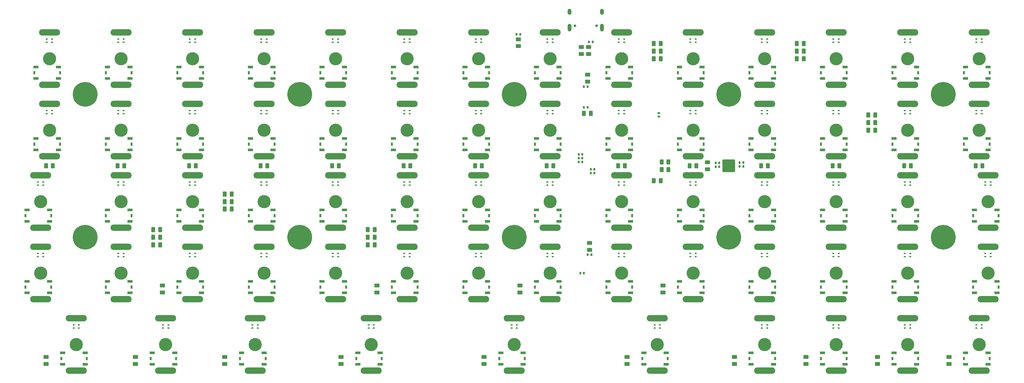
<source format=gbr>
%TF.GenerationSoftware,KiCad,Pcbnew,(6.0.0)*%
%TF.CreationDate,2022-03-05T10:25:11+10:00*%
%TF.ProjectId,Ortho66_Optical,4f727468-6f36-4365-9f4f-70746963616c,rev?*%
%TF.SameCoordinates,Original*%
%TF.FileFunction,Soldermask,Top*%
%TF.FilePolarity,Negative*%
%FSLAX46Y46*%
G04 Gerber Fmt 4.6, Leading zero omitted, Abs format (unit mm)*
G04 Created by KiCad (PCBNEW (6.0.0)) date 2022-03-05 10:25:11*
%MOMM*%
%LPD*%
G01*
G04 APERTURE LIST*
G04 Aperture macros list*
%AMRoundRect*
0 Rectangle with rounded corners*
0 $1 Rounding radius*
0 $2 $3 $4 $5 $6 $7 $8 $9 X,Y pos of 4 corners*
0 Add a 4 corners polygon primitive as box body*
4,1,4,$2,$3,$4,$5,$6,$7,$8,$9,$2,$3,0*
0 Add four circle primitives for the rounded corners*
1,1,$1+$1,$2,$3*
1,1,$1+$1,$4,$5*
1,1,$1+$1,$6,$7*
1,1,$1+$1,$8,$9*
0 Add four rect primitives between the rounded corners*
20,1,$1+$1,$2,$3,$4,$5,0*
20,1,$1+$1,$4,$5,$6,$7,0*
20,1,$1+$1,$6,$7,$8,$9,0*
20,1,$1+$1,$8,$9,$2,$3,0*%
G04 Aperture macros list end*
%ADD10R,0.600000X0.400000*%
%ADD11O,5.700000X1.700000*%
%ADD12C,3.500000*%
%ADD13R,0.600000X0.900000*%
%ADD14R,1.400000X0.800000*%
%ADD15RoundRect,0.250000X-0.450000X0.262500X-0.450000X-0.262500X0.450000X-0.262500X0.450000X0.262500X0*%
%ADD16RoundRect,0.250000X0.262500X0.450000X-0.262500X0.450000X-0.262500X-0.450000X0.262500X-0.450000X0*%
%ADD17C,6.600000*%
%ADD18RoundRect,0.140000X-0.140000X-0.170000X0.140000X-0.170000X0.140000X0.170000X-0.140000X0.170000X0*%
%ADD19RoundRect,0.250000X-0.262500X-0.450000X0.262500X-0.450000X0.262500X0.450000X-0.262500X0.450000X0*%
%ADD20RoundRect,0.250000X0.450000X-0.262500X0.450000X0.262500X-0.450000X0.262500X-0.450000X-0.262500X0*%
%ADD21RoundRect,0.140000X0.140000X0.170000X-0.140000X0.170000X-0.140000X-0.170000X0.140000X-0.170000X0*%
%ADD22RoundRect,0.140000X-0.170000X0.140000X-0.170000X-0.140000X0.170000X-0.140000X0.170000X0.140000X0*%
%ADD23RoundRect,0.299200X1.400800X1.400800X-1.400800X1.400800X-1.400800X-1.400800X1.400800X-1.400800X0*%
%ADD24O,1.000000X2.100000*%
%ADD25O,1.000000X1.600000*%
%ADD26C,0.700000*%
G04 APERTURE END LIST*
D10*
%TO.C,RGB29*%
X98318750Y-133700000D03*
X96918750Y-133700000D03*
X96918750Y-132900000D03*
X98318750Y-132900000D03*
%TD*%
%TO.C,RGB5*%
X176900000Y-95600000D03*
X175500000Y-95600000D03*
X175500000Y-94800000D03*
X176900000Y-94800000D03*
%TD*%
D11*
%TO.C,SW37*%
X252400000Y-145100000D03*
X252400000Y-131100000D03*
D12*
X252400000Y-138100000D03*
%TD*%
D10*
%TO.C,RGB51*%
X253100000Y-152750000D03*
X251700000Y-152750000D03*
X251700000Y-151950000D03*
X253100000Y-151950000D03*
%TD*%
D13*
%TO.C,IR14*%
X343650000Y-103750000D03*
D14*
X344050000Y-105250000D03*
X344050000Y-102250000D03*
%TD*%
D11*
%TO.C,SW50*%
X233350000Y-150150000D03*
D12*
X233350000Y-157150000D03*
D11*
X233350000Y-164150000D03*
%TD*%
D13*
%TO.C,PT21*%
X217100000Y-122800000D03*
D14*
X216700000Y-124300000D03*
X216700000Y-121300000D03*
%TD*%
D13*
%TO.C,PT9*%
X255200000Y-103750000D03*
D14*
X254800000Y-105250000D03*
X254800000Y-102250000D03*
%TD*%
D10*
%TO.C,RGB49*%
X215000000Y-152750000D03*
X213600000Y-152750000D03*
X213600000Y-151950000D03*
X215000000Y-151950000D03*
%TD*%
D13*
%TO.C,IR65*%
X324600000Y-179950000D03*
D14*
X325000000Y-181450000D03*
X325000000Y-178450000D03*
%TD*%
D15*
%TO.C,R35*%
X253875000Y-179537500D03*
X253875000Y-181362500D03*
%TD*%
D10*
%TO.C,RGB39*%
X291200000Y-133700000D03*
X289800000Y-133700000D03*
X289800000Y-132900000D03*
X291200000Y-132900000D03*
%TD*%
D16*
%TO.C,R8*%
X262837500Y-98000000D03*
X261012500Y-98000000D03*
%TD*%
D10*
%TO.C,RGB17*%
X138800000Y-114650000D03*
X137400000Y-114650000D03*
X137400000Y-113850000D03*
X138800000Y-113850000D03*
%TD*%
D12*
%TO.C,SW14*%
X347650000Y-100000000D03*
D11*
X347650000Y-93000000D03*
X347650000Y-107000000D03*
%TD*%
%TO.C,SW8*%
X233350000Y-93000000D03*
D12*
X233350000Y-100000000D03*
D11*
X233350000Y-107000000D03*
%TD*%
%TO.C,SW21*%
X214300000Y-126050000D03*
X214300000Y-112050000D03*
D12*
X214300000Y-119050000D03*
%TD*%
D13*
%TO.C,PT44*%
X121850000Y-160900000D03*
D14*
X121450000Y-162400000D03*
X121450000Y-159400000D03*
%TD*%
D13*
%TO.C,PT4*%
X159950000Y-103750000D03*
D14*
X159550000Y-105250000D03*
X159550000Y-102250000D03*
%TD*%
D13*
%TO.C,PT41*%
X331400000Y-141850000D03*
D14*
X331000000Y-143350000D03*
X331000000Y-140350000D03*
%TD*%
D13*
%TO.C,PT24*%
X274250000Y-122800000D03*
D14*
X273850000Y-124300000D03*
X273850000Y-121300000D03*
%TD*%
D13*
%TO.C,PT25*%
X293300000Y-122800000D03*
D14*
X292900000Y-124300000D03*
X292900000Y-121300000D03*
%TD*%
D13*
%TO.C,PT2*%
X121850000Y-103750000D03*
D14*
X121450000Y-105250000D03*
X121450000Y-102250000D03*
%TD*%
D15*
%TO.C,R45*%
X339600000Y-179537500D03*
X339600000Y-181362500D03*
%TD*%
D13*
%TO.C,PT17*%
X140900000Y-122800000D03*
D14*
X140500000Y-124300000D03*
X140500000Y-121300000D03*
%TD*%
D17*
%TO.C,H8*%
X223825000Y-147625000D03*
%TD*%
D12*
%TO.C,SW44*%
X119050000Y-157150000D03*
D11*
X119050000Y-150150000D03*
X119050000Y-164150000D03*
%TD*%
D13*
%TO.C,PT10*%
X274250000Y-103750000D03*
D14*
X273850000Y-105250000D03*
X273850000Y-102250000D03*
%TD*%
D13*
%TO.C,PT18*%
X159950000Y-122800000D03*
D14*
X159550000Y-124300000D03*
X159550000Y-121300000D03*
%TD*%
D17*
%TO.C,H5*%
X338125000Y-109525000D03*
%TD*%
D10*
%TO.C,RGB57*%
X107843750Y-171800000D03*
X106443750Y-171800000D03*
X106443750Y-171000000D03*
X107843750Y-171000000D03*
%TD*%
%TO.C,RGB4*%
X157850000Y-95600000D03*
X156450000Y-95600000D03*
X156450000Y-94800000D03*
X157850000Y-94800000D03*
%TD*%
D11*
%TO.C,SW6*%
X195250000Y-93000000D03*
D12*
X195250000Y-100000000D03*
D11*
X195250000Y-107000000D03*
%TD*%
D16*
%TO.C,R10*%
X148537500Y-136100000D03*
X146712500Y-136100000D03*
%TD*%
D13*
%TO.C,PT53*%
X293300000Y-160900000D03*
D14*
X292900000Y-162400000D03*
X292900000Y-159400000D03*
%TD*%
D17*
%TO.C,H10*%
X338125000Y-147625000D03*
%TD*%
D13*
%TO.C,IR13*%
X324600000Y-103750000D03*
D14*
X325000000Y-105250000D03*
X325000000Y-102250000D03*
%TD*%
D12*
%TO.C,SW34*%
X195250000Y-138100000D03*
D11*
X195250000Y-131100000D03*
X195250000Y-145100000D03*
%TD*%
D13*
%TO.C,PT29*%
X100418750Y-141850000D03*
D14*
X100018750Y-143350000D03*
X100018750Y-140350000D03*
%TD*%
D13*
%TO.C,IR31*%
X134100000Y-141850000D03*
D14*
X134500000Y-143350000D03*
X134500000Y-140350000D03*
%TD*%
D12*
%TO.C,SW7*%
X214300000Y-100000000D03*
D11*
X214300000Y-93000000D03*
X214300000Y-107000000D03*
%TD*%
D10*
%TO.C,RGB1*%
X100700000Y-95600000D03*
X99300000Y-95600000D03*
X99300000Y-94800000D03*
X100700000Y-94800000D03*
%TD*%
D12*
%TO.C,SW54*%
X309550000Y-157150000D03*
D11*
X309550000Y-150150000D03*
X309550000Y-164150000D03*
%TD*%
%TO.C,SW56*%
X350031250Y-164150000D03*
X350031250Y-150150000D03*
D12*
X350031250Y-157150000D03*
%TD*%
%TO.C,SW13*%
X328600000Y-100000000D03*
D11*
X328600000Y-107000000D03*
X328600000Y-93000000D03*
%TD*%
D13*
%TO.C,IR57*%
X103143750Y-179950000D03*
D14*
X103543750Y-181450000D03*
X103543750Y-178450000D03*
%TD*%
D13*
%TO.C,IR10*%
X267450000Y-103750000D03*
D14*
X267850000Y-105250000D03*
X267850000Y-102250000D03*
%TD*%
D13*
%TO.C,IR61*%
X219825000Y-179950000D03*
D14*
X220225000Y-181450000D03*
X220225000Y-178450000D03*
%TD*%
D13*
%TO.C,IR6*%
X191250000Y-103750000D03*
D14*
X191650000Y-105250000D03*
X191650000Y-102250000D03*
%TD*%
D12*
%TO.C,SW27*%
X328600000Y-119050000D03*
D11*
X328600000Y-126050000D03*
X328600000Y-112050000D03*
%TD*%
D13*
%TO.C,IR52*%
X267450000Y-160900000D03*
D14*
X267850000Y-162400000D03*
X267850000Y-159400000D03*
%TD*%
D12*
%TO.C,SW47*%
X176200000Y-157150000D03*
D11*
X176200000Y-150150000D03*
X176200000Y-164150000D03*
%TD*%
D18*
%TO.C,C5*%
X244200000Y-129520000D03*
X245160000Y-129520000D03*
%TD*%
D13*
%TO.C,IR5*%
X172200000Y-103750000D03*
D14*
X172600000Y-105250000D03*
X172600000Y-102250000D03*
%TD*%
D11*
%TO.C,SW53*%
X290500000Y-164150000D03*
X290500000Y-150150000D03*
D12*
X290500000Y-157150000D03*
%TD*%
D19*
%TO.C,R4*%
X299112500Y-100000000D03*
X300937500Y-100000000D03*
%TD*%
D10*
%TO.C,RGB14*%
X348350000Y-95600000D03*
X346950000Y-95600000D03*
X346950000Y-94800000D03*
X348350000Y-94800000D03*
%TD*%
D15*
%TO.C,R25*%
X146718750Y-179537500D03*
X146718750Y-181362500D03*
%TD*%
D11*
%TO.C,SW42*%
X350031250Y-145100000D03*
D12*
X350031250Y-138100000D03*
D11*
X350031250Y-131100000D03*
%TD*%
%TO.C,SW35*%
X214300000Y-145100000D03*
D12*
X214300000Y-138100000D03*
D11*
X214300000Y-131100000D03*
%TD*%
D13*
%TO.C,IR42*%
X346031250Y-141850000D03*
D14*
X346431250Y-143350000D03*
X346431250Y-140350000D03*
%TD*%
D18*
%TO.C,C6*%
X244200000Y-130540000D03*
X245160000Y-130540000D03*
%TD*%
D17*
%TO.C,H6*%
X109525000Y-147625000D03*
%TD*%
D12*
%TO.C,SW65*%
X328600000Y-176200000D03*
D11*
X328600000Y-183200000D03*
X328600000Y-169200000D03*
%TD*%
D13*
%TO.C,PT55*%
X331400000Y-160900000D03*
D14*
X331000000Y-162400000D03*
X331000000Y-159400000D03*
%TD*%
D10*
%TO.C,RGB65*%
X329300000Y-171800000D03*
X327900000Y-171800000D03*
X327900000Y-171000000D03*
X329300000Y-171000000D03*
%TD*%
D13*
%TO.C,PT43*%
X100418750Y-160900000D03*
D14*
X100018750Y-162400000D03*
X100018750Y-159400000D03*
%TD*%
D10*
%TO.C,RGB32*%
X157850000Y-133700000D03*
X156450000Y-133700000D03*
X156450000Y-132900000D03*
X157850000Y-132900000D03*
%TD*%
D12*
%TO.C,SW39*%
X290500000Y-138100000D03*
D11*
X290500000Y-131100000D03*
X290500000Y-145100000D03*
%TD*%
D10*
%TO.C,RGB26*%
X310250000Y-114650000D03*
X308850000Y-114650000D03*
X308850000Y-113850000D03*
X310250000Y-113850000D03*
%TD*%
D15*
%TO.C,R37*%
X263400000Y-160487500D03*
X263400000Y-162312500D03*
%TD*%
D13*
%TO.C,IR51*%
X248400000Y-160900000D03*
D14*
X248800000Y-162400000D03*
X248800000Y-159400000D03*
%TD*%
D13*
%TO.C,PT27*%
X331400000Y-122800000D03*
D14*
X331000000Y-124300000D03*
X331000000Y-121300000D03*
%TD*%
D18*
%TO.C,C4*%
X283870000Y-128780000D03*
X284830000Y-128780000D03*
%TD*%
D12*
%TO.C,SW43*%
X97618750Y-157150000D03*
D11*
X97618750Y-150150000D03*
X97618750Y-164150000D03*
%TD*%
D15*
%TO.C,R31*%
X215775000Y-179537500D03*
X215775000Y-181362500D03*
%TD*%
D10*
%TO.C,RGB34*%
X195950000Y-133700000D03*
X194550000Y-133700000D03*
X194550000Y-132900000D03*
X195950000Y-132900000D03*
%TD*%
%TO.C,RGB53*%
X291200000Y-152750000D03*
X289800000Y-152750000D03*
X289800000Y-151950000D03*
X291200000Y-151950000D03*
%TD*%
D13*
%TO.C,PT32*%
X159950000Y-141850000D03*
D14*
X159550000Y-143350000D03*
X159550000Y-140350000D03*
%TD*%
D11*
%TO.C,SW23*%
X252400000Y-112050000D03*
X252400000Y-126050000D03*
D12*
X252400000Y-119050000D03*
%TD*%
D13*
%TO.C,PT33*%
X179000000Y-141850000D03*
D14*
X178600000Y-143350000D03*
X178600000Y-140350000D03*
%TD*%
D12*
%TO.C,SW62*%
X261925000Y-176200000D03*
D11*
X261925000Y-169200000D03*
X261925000Y-183200000D03*
%TD*%
%TO.C,SW5*%
X176200000Y-93000000D03*
X176200000Y-107000000D03*
D12*
X176200000Y-100000000D03*
%TD*%
D13*
%TO.C,PT13*%
X331400000Y-103750000D03*
D14*
X331000000Y-105250000D03*
X331000000Y-102250000D03*
%TD*%
D10*
%TO.C,RGB43*%
X98318750Y-152750000D03*
X96918750Y-152750000D03*
X96918750Y-151950000D03*
X98318750Y-151950000D03*
%TD*%
%TO.C,RGB46*%
X157850000Y-152750000D03*
X156450000Y-152750000D03*
X156450000Y-151950000D03*
X157850000Y-151950000D03*
%TD*%
D13*
%TO.C,IR27*%
X324600000Y-122800000D03*
D14*
X325000000Y-124300000D03*
X325000000Y-121300000D03*
%TD*%
D13*
%TO.C,PT28*%
X350450000Y-122800000D03*
D14*
X350050000Y-124300000D03*
X350050000Y-121300000D03*
%TD*%
D12*
%TO.C,SW2*%
X119050000Y-100000000D03*
D11*
X119050000Y-107000000D03*
X119050000Y-93000000D03*
%TD*%
D10*
%TO.C,RGB10*%
X272150000Y-95600000D03*
X270750000Y-95600000D03*
X270750000Y-94800000D03*
X272150000Y-94800000D03*
%TD*%
D11*
%TO.C,SW61*%
X223825000Y-169200000D03*
X223825000Y-183200000D03*
D12*
X223825000Y-176200000D03*
%TD*%
D10*
%TO.C,RGB16*%
X119750000Y-114650000D03*
X118350000Y-114650000D03*
X118350000Y-113850000D03*
X119750000Y-113850000D03*
%TD*%
D13*
%TO.C,PT54*%
X312350000Y-160900000D03*
D14*
X311950000Y-162400000D03*
X311950000Y-159400000D03*
%TD*%
D12*
%TO.C,SW51*%
X252400000Y-157150000D03*
D11*
X252400000Y-164150000D03*
X252400000Y-150150000D03*
%TD*%
D13*
%TO.C,PT15*%
X102800000Y-122800000D03*
D14*
X102400000Y-124300000D03*
X102400000Y-121300000D03*
%TD*%
D13*
%TO.C,IR25*%
X286500000Y-122800000D03*
D14*
X286900000Y-124300000D03*
X286900000Y-121300000D03*
%TD*%
D10*
%TO.C,RGB42*%
X350731250Y-133700000D03*
X349331250Y-133700000D03*
X349331250Y-132900000D03*
X350731250Y-132900000D03*
%TD*%
D11*
%TO.C,SW26*%
X309550000Y-126050000D03*
X309550000Y-112050000D03*
D12*
X309550000Y-119050000D03*
%TD*%
D13*
%TO.C,IR33*%
X172200000Y-141850000D03*
D14*
X172600000Y-143350000D03*
X172600000Y-140350000D03*
%TD*%
D19*
%TO.C,R26*%
X156237500Y-128575000D03*
X158062500Y-128575000D03*
%TD*%
D10*
%TO.C,RGB40*%
X310250000Y-133700000D03*
X308850000Y-133700000D03*
X308850000Y-132900000D03*
X310250000Y-132900000D03*
%TD*%
D19*
%TO.C,R30*%
X194337500Y-128575000D03*
X196162500Y-128575000D03*
%TD*%
D10*
%TO.C,RGB47*%
X176900000Y-152750000D03*
X175500000Y-152750000D03*
X175500000Y-151950000D03*
X176900000Y-151950000D03*
%TD*%
D13*
%TO.C,PT49*%
X217100000Y-160900000D03*
D14*
X216700000Y-162400000D03*
X216700000Y-159400000D03*
%TD*%
D16*
%TO.C,R15*%
X129487500Y-149625000D03*
X127662500Y-149625000D03*
%TD*%
D10*
%TO.C,RGB9*%
X253100000Y-95600000D03*
X251700000Y-95600000D03*
X251700000Y-94800000D03*
X253100000Y-94800000D03*
%TD*%
D18*
%TO.C,C15*%
X241395000Y-157150000D03*
X242355000Y-157150000D03*
%TD*%
D13*
%TO.C,IR19*%
X172200000Y-122800000D03*
D14*
X172600000Y-124300000D03*
X172600000Y-121300000D03*
%TD*%
D13*
%TO.C,IR44*%
X115050000Y-160900000D03*
D14*
X115450000Y-162400000D03*
X115450000Y-159400000D03*
%TD*%
D16*
%TO.C,R11*%
X148537500Y-138100000D03*
X146712500Y-138100000D03*
%TD*%
%TO.C,R17*%
X186637500Y-147625000D03*
X184812500Y-147625000D03*
%TD*%
D10*
%TO.C,RGB2*%
X119750000Y-95600000D03*
X118350000Y-95600000D03*
X118350000Y-94800000D03*
X119750000Y-94800000D03*
%TD*%
D13*
%TO.C,PT31*%
X140900000Y-141850000D03*
D14*
X140500000Y-143350000D03*
X140500000Y-140350000D03*
%TD*%
D12*
%TO.C,SW25*%
X290500000Y-119050000D03*
D11*
X290500000Y-126050000D03*
X290500000Y-112050000D03*
%TD*%
D19*
%TO.C,R40*%
X289587500Y-128575000D03*
X291412500Y-128575000D03*
%TD*%
D12*
%TO.C,SW63*%
X290500000Y-176200000D03*
D11*
X290500000Y-183200000D03*
X290500000Y-169200000D03*
%TD*%
D10*
%TO.C,RGB35*%
X215000000Y-133700000D03*
X213600000Y-133700000D03*
X213600000Y-132900000D03*
X215000000Y-132900000D03*
%TD*%
D16*
%TO.C,R18*%
X186637500Y-149625000D03*
X184812500Y-149625000D03*
%TD*%
D18*
%TO.C,C10*%
X243740000Y-95520000D03*
X244700000Y-95520000D03*
%TD*%
D15*
%TO.C,R52*%
X241650000Y-96937500D03*
X241650000Y-98762500D03*
%TD*%
D13*
%TO.C,PT39*%
X293300000Y-141850000D03*
D14*
X292900000Y-143350000D03*
X292900000Y-140350000D03*
%TD*%
D13*
%TO.C,IR1*%
X96000000Y-103750000D03*
D14*
X96400000Y-105250000D03*
X96400000Y-102250000D03*
%TD*%
D11*
%TO.C,SW16*%
X119050000Y-112050000D03*
D12*
X119050000Y-119050000D03*
D11*
X119050000Y-126050000D03*
%TD*%
D13*
%TO.C,PT61*%
X226625000Y-179950000D03*
D14*
X226225000Y-181450000D03*
X226225000Y-178450000D03*
%TD*%
D10*
%TO.C,RGB52*%
X272150000Y-152750000D03*
X270750000Y-152750000D03*
X270750000Y-151950000D03*
X272150000Y-151950000D03*
%TD*%
D11*
%TO.C,SW30*%
X119050000Y-131100000D03*
X119050000Y-145100000D03*
D12*
X119050000Y-138100000D03*
%TD*%
D11*
%TO.C,SW46*%
X157150000Y-150150000D03*
D12*
X157150000Y-157150000D03*
D11*
X157150000Y-164150000D03*
%TD*%
D13*
%TO.C,PT40*%
X312350000Y-141850000D03*
D14*
X311950000Y-143350000D03*
X311950000Y-140350000D03*
%TD*%
D10*
%TO.C,RGB6*%
X195950000Y-95600000D03*
X194550000Y-95600000D03*
X194550000Y-94800000D03*
X195950000Y-94800000D03*
%TD*%
%TO.C,RGB31*%
X138800000Y-133700000D03*
X137400000Y-133700000D03*
X137400000Y-132900000D03*
X138800000Y-132900000D03*
%TD*%
%TO.C,RGB13*%
X329300000Y-95600000D03*
X327900000Y-95600000D03*
X327900000Y-94800000D03*
X329300000Y-94800000D03*
%TD*%
D13*
%TO.C,IR3*%
X134100000Y-103750000D03*
D14*
X134500000Y-105250000D03*
X134500000Y-102250000D03*
%TD*%
D10*
%TO.C,RGB56*%
X350731250Y-152750000D03*
X349331250Y-152750000D03*
X349331250Y-151950000D03*
X350731250Y-151950000D03*
%TD*%
D11*
%TO.C,SW22*%
X233350000Y-126050000D03*
X233350000Y-112050000D03*
D12*
X233350000Y-119050000D03*
%TD*%
D18*
%TO.C,C9*%
X240980000Y-125550000D03*
X241940000Y-125550000D03*
%TD*%
D13*
%TO.C,PT48*%
X198050000Y-160900000D03*
D14*
X197650000Y-162400000D03*
X197650000Y-159400000D03*
%TD*%
D13*
%TO.C,PT56*%
X352831250Y-160900000D03*
D14*
X352431250Y-162400000D03*
X352431250Y-159400000D03*
%TD*%
D20*
%TO.C,R47*%
X275250000Y-129487500D03*
X275250000Y-127662500D03*
%TD*%
D10*
%TO.C,RGB66*%
X348350000Y-171800000D03*
X346950000Y-171800000D03*
X346950000Y-171000000D03*
X348350000Y-171000000D03*
%TD*%
D13*
%TO.C,IR23*%
X248400000Y-122800000D03*
D14*
X248800000Y-124300000D03*
X248800000Y-121300000D03*
%TD*%
D21*
%TO.C,C12*%
X241940000Y-127590000D03*
X240980000Y-127590000D03*
%TD*%
D13*
%TO.C,PT50*%
X236150000Y-160900000D03*
D14*
X235750000Y-162400000D03*
X235750000Y-159400000D03*
%TD*%
D19*
%TO.C,R32*%
X213387500Y-128575000D03*
X215212500Y-128575000D03*
%TD*%
D13*
%TO.C,IR32*%
X153150000Y-141850000D03*
D14*
X153550000Y-143350000D03*
X153550000Y-140350000D03*
%TD*%
D13*
%TO.C,IR7*%
X210300000Y-103750000D03*
D14*
X210700000Y-105250000D03*
X210700000Y-102250000D03*
%TD*%
D17*
%TO.C,H9*%
X280975000Y-147625000D03*
%TD*%
D12*
%TO.C,SW41*%
X328600000Y-138100000D03*
D11*
X328600000Y-145100000D03*
X328600000Y-131100000D03*
%TD*%
D10*
%TO.C,RGB3*%
X138800000Y-95600000D03*
X137400000Y-95600000D03*
X137400000Y-94800000D03*
X138800000Y-94800000D03*
%TD*%
D17*
%TO.C,H3*%
X223825000Y-109525000D03*
%TD*%
D13*
%TO.C,IR9*%
X248400000Y-103750000D03*
D14*
X248800000Y-105250000D03*
X248800000Y-102250000D03*
%TD*%
D10*
%TO.C,RGB15*%
X100700000Y-114650000D03*
X99300000Y-114650000D03*
X99300000Y-113850000D03*
X100700000Y-113850000D03*
%TD*%
D13*
%TO.C,IR54*%
X305550000Y-160900000D03*
D14*
X305950000Y-162400000D03*
X305950000Y-159400000D03*
%TD*%
D13*
%TO.C,PT45*%
X140900000Y-160900000D03*
D14*
X140500000Y-162400000D03*
X140500000Y-159400000D03*
%TD*%
D10*
%TO.C,RGB30*%
X119750000Y-133700000D03*
X118350000Y-133700000D03*
X118350000Y-132900000D03*
X119750000Y-132900000D03*
%TD*%
D11*
%TO.C,SW15*%
X100000000Y-126050000D03*
D12*
X100000000Y-119050000D03*
D11*
X100000000Y-112050000D03*
%TD*%
D10*
%TO.C,RGB12*%
X310250000Y-95600000D03*
X308850000Y-95600000D03*
X308850000Y-94800000D03*
X310250000Y-94800000D03*
%TD*%
D13*
%TO.C,PT6*%
X198050000Y-103750000D03*
D14*
X197650000Y-105250000D03*
X197650000Y-102250000D03*
%TD*%
D11*
%TO.C,SW20*%
X195250000Y-112050000D03*
X195250000Y-126050000D03*
D12*
X195250000Y-119050000D03*
%TD*%
D13*
%TO.C,PT57*%
X109943750Y-179950000D03*
D14*
X109543750Y-181450000D03*
X109543750Y-178450000D03*
%TD*%
D13*
%TO.C,IR34*%
X191250000Y-141850000D03*
D14*
X191650000Y-143350000D03*
X191650000Y-140350000D03*
%TD*%
D19*
%TO.C,R49*%
X263087500Y-127575000D03*
X264912500Y-127575000D03*
%TD*%
D13*
%TO.C,PT1*%
X102800000Y-103750000D03*
D14*
X102400000Y-105250000D03*
X102400000Y-102250000D03*
%TD*%
D16*
%TO.C,R12*%
X148537500Y-140100000D03*
X146712500Y-140100000D03*
%TD*%
D15*
%TO.C,R41*%
X301500000Y-179537500D03*
X301500000Y-181362500D03*
%TD*%
D11*
%TO.C,SW24*%
X271450000Y-112050000D03*
X271450000Y-126050000D03*
D12*
X271450000Y-119050000D03*
%TD*%
D11*
%TO.C,SW19*%
X176200000Y-126050000D03*
X176200000Y-112050000D03*
D12*
X176200000Y-119050000D03*
%TD*%
D11*
%TO.C,SW60*%
X185725000Y-169200000D03*
X185725000Y-183200000D03*
D12*
X185725000Y-176200000D03*
%TD*%
D19*
%TO.C,R5*%
X299112500Y-98000000D03*
X300937500Y-98000000D03*
%TD*%
D10*
%TO.C,RGB58*%
X131656250Y-171800000D03*
X130256250Y-171800000D03*
X130256250Y-171000000D03*
X131656250Y-171000000D03*
%TD*%
D13*
%TO.C,IR20*%
X191250000Y-122800000D03*
D14*
X191650000Y-124300000D03*
X191650000Y-121300000D03*
%TD*%
D13*
%TO.C,IR43*%
X93618750Y-160900000D03*
D14*
X94018750Y-162400000D03*
X94018750Y-159400000D03*
%TD*%
D13*
%TO.C,IR15*%
X96000000Y-122800000D03*
D14*
X96400000Y-124300000D03*
X96400000Y-121300000D03*
%TD*%
D15*
%TO.C,R29*%
X187200000Y-160487500D03*
X187200000Y-162312500D03*
%TD*%
D13*
%TO.C,IR28*%
X343650000Y-122800000D03*
D14*
X344050000Y-124300000D03*
X344050000Y-121300000D03*
%TD*%
D13*
%TO.C,PT34*%
X198050000Y-141850000D03*
D14*
X197650000Y-143350000D03*
X197650000Y-140350000D03*
%TD*%
D13*
%TO.C,IR35*%
X210300000Y-141850000D03*
D14*
X210700000Y-143350000D03*
X210700000Y-140350000D03*
%TD*%
D10*
%TO.C,RGB23*%
X253100000Y-114650000D03*
X251700000Y-114650000D03*
X251700000Y-113850000D03*
X253100000Y-113850000D03*
%TD*%
D13*
%TO.C,PT52*%
X274250000Y-160900000D03*
D14*
X273850000Y-162400000D03*
X273850000Y-159400000D03*
%TD*%
D21*
%TO.C,C13*%
X225380000Y-93520000D03*
X224420000Y-93520000D03*
%TD*%
D13*
%TO.C,PT47*%
X179000000Y-160900000D03*
D14*
X178600000Y-162400000D03*
X178600000Y-159400000D03*
%TD*%
D13*
%TO.C,PT30*%
X121850000Y-141850000D03*
D14*
X121450000Y-143350000D03*
X121450000Y-140350000D03*
%TD*%
D19*
%TO.C,R24*%
X137187500Y-128575000D03*
X139012500Y-128575000D03*
%TD*%
D13*
%TO.C,IR30*%
X115050000Y-141850000D03*
D14*
X115450000Y-143350000D03*
X115450000Y-140350000D03*
%TD*%
D18*
%TO.C,C8*%
X242395000Y-113000000D03*
X243355000Y-113000000D03*
%TD*%
D16*
%TO.C,R9*%
X262837500Y-100000000D03*
X261012500Y-100000000D03*
%TD*%
D13*
%TO.C,PT12*%
X312350000Y-103750000D03*
D14*
X311950000Y-105250000D03*
X311950000Y-102250000D03*
%TD*%
D19*
%TO.C,R42*%
X308637500Y-128575000D03*
X310462500Y-128575000D03*
%TD*%
D17*
%TO.C,H7*%
X166675000Y-147625000D03*
%TD*%
D13*
%TO.C,PT5*%
X179000000Y-103750000D03*
D14*
X178600000Y-105250000D03*
X178600000Y-102250000D03*
%TD*%
D13*
%TO.C,IR62*%
X257925000Y-179950000D03*
D14*
X258325000Y-181450000D03*
X258325000Y-178450000D03*
%TD*%
D11*
%TO.C,SW49*%
X214300000Y-164150000D03*
X214300000Y-150150000D03*
D12*
X214300000Y-157150000D03*
%TD*%
D13*
%TO.C,IR21*%
X210300000Y-122800000D03*
D14*
X210700000Y-124300000D03*
X210700000Y-121300000D03*
%TD*%
D11*
%TO.C,SW59*%
X154768750Y-183200000D03*
X154768750Y-169200000D03*
D12*
X154768750Y-176200000D03*
%TD*%
D13*
%TO.C,PT66*%
X350450000Y-179950000D03*
D14*
X350050000Y-181450000D03*
X350050000Y-178450000D03*
%TD*%
D13*
%TO.C,IR50*%
X229350000Y-160900000D03*
D14*
X229750000Y-162400000D03*
X229750000Y-159400000D03*
%TD*%
D12*
%TO.C,SW66*%
X347650000Y-176200000D03*
D11*
X347650000Y-183200000D03*
X347650000Y-169200000D03*
%TD*%
%TO.C,SW55*%
X328600000Y-150150000D03*
D12*
X328600000Y-157150000D03*
D11*
X328600000Y-164150000D03*
%TD*%
D15*
%TO.C,R39*%
X282450000Y-179537500D03*
X282450000Y-181362500D03*
%TD*%
D13*
%TO.C,PT58*%
X133756250Y-179950000D03*
D14*
X133356250Y-181450000D03*
X133356250Y-178450000D03*
%TD*%
D10*
%TO.C,RGB54*%
X310250000Y-152750000D03*
X308850000Y-152750000D03*
X308850000Y-151950000D03*
X310250000Y-151950000D03*
%TD*%
D13*
%TO.C,IR40*%
X305550000Y-141850000D03*
D14*
X305950000Y-143350000D03*
X305950000Y-140350000D03*
%TD*%
D20*
%TO.C,R54*%
X224890000Y-96672500D03*
X224890000Y-94847500D03*
%TD*%
D13*
%TO.C,PT14*%
X350450000Y-103750000D03*
D14*
X350050000Y-105250000D03*
X350050000Y-102250000D03*
%TD*%
D13*
%TO.C,PT22*%
X236150000Y-122800000D03*
D14*
X235750000Y-124300000D03*
X235750000Y-121300000D03*
%TD*%
D13*
%TO.C,IR11*%
X286500000Y-103750000D03*
D14*
X286900000Y-105250000D03*
X286900000Y-102250000D03*
%TD*%
D13*
%TO.C,PT64*%
X312350000Y-179950000D03*
D14*
X311950000Y-181450000D03*
X311950000Y-178450000D03*
%TD*%
D10*
%TO.C,RGB7*%
X215000000Y-95600000D03*
X213600000Y-95600000D03*
X213600000Y-94800000D03*
X215000000Y-94800000D03*
%TD*%
D20*
%TO.C,R50*%
X243350000Y-106112500D03*
X243350000Y-104287500D03*
%TD*%
D11*
%TO.C,SW28*%
X347650000Y-126050000D03*
D12*
X347650000Y-119050000D03*
D11*
X347650000Y-112050000D03*
%TD*%
D13*
%TO.C,IR55*%
X324600000Y-160900000D03*
D14*
X325000000Y-162400000D03*
X325000000Y-159400000D03*
%TD*%
D17*
%TO.C,H1*%
X109525000Y-109525000D03*
%TD*%
D11*
%TO.C,SW1*%
X100000000Y-107000000D03*
D12*
X100000000Y-100000000D03*
D11*
X100000000Y-93000000D03*
%TD*%
D13*
%TO.C,PT63*%
X293300000Y-179950000D03*
D14*
X292900000Y-181450000D03*
X292900000Y-178450000D03*
%TD*%
D11*
%TO.C,SW17*%
X138100000Y-126050000D03*
X138100000Y-112050000D03*
D12*
X138100000Y-119050000D03*
%TD*%
D13*
%TO.C,IR4*%
X153150000Y-103750000D03*
D14*
X153550000Y-105250000D03*
X153550000Y-102250000D03*
%TD*%
D13*
%TO.C,IR45*%
X134100000Y-160900000D03*
D14*
X134500000Y-162400000D03*
X134500000Y-159400000D03*
%TD*%
D10*
%TO.C,RGB36*%
X234050000Y-133700000D03*
X232650000Y-133700000D03*
X232650000Y-132900000D03*
X234050000Y-132900000D03*
%TD*%
%TO.C,RGB61*%
X224525000Y-171800000D03*
X223125000Y-171800000D03*
X223125000Y-171000000D03*
X224525000Y-171000000D03*
%TD*%
D13*
%TO.C,IR49*%
X210300000Y-160900000D03*
D14*
X210700000Y-162400000D03*
X210700000Y-159400000D03*
%TD*%
D13*
%TO.C,PT42*%
X352831250Y-141850000D03*
D14*
X352431250Y-143350000D03*
X352431250Y-140350000D03*
%TD*%
D10*
%TO.C,RGB45*%
X138800000Y-152750000D03*
X137400000Y-152750000D03*
X137400000Y-151950000D03*
X138800000Y-151950000D03*
%TD*%
%TO.C,RGB28*%
X348350000Y-114650000D03*
X346950000Y-114650000D03*
X346950000Y-113850000D03*
X348350000Y-113850000D03*
%TD*%
D12*
%TO.C,SW38*%
X271450000Y-138100000D03*
D11*
X271450000Y-131100000D03*
X271450000Y-145100000D03*
%TD*%
D13*
%TO.C,IR36*%
X229350000Y-141850000D03*
D14*
X229750000Y-143350000D03*
X229750000Y-140350000D03*
%TD*%
D19*
%TO.C,R28*%
X175287500Y-128575000D03*
X177112500Y-128575000D03*
%TD*%
D15*
%TO.C,R23*%
X130050000Y-160487500D03*
X130050000Y-162312500D03*
%TD*%
D11*
%TO.C,SW9*%
X252400000Y-93000000D03*
D12*
X252400000Y-100000000D03*
D11*
X252400000Y-107000000D03*
%TD*%
D16*
%TO.C,R16*%
X186637500Y-145625000D03*
X184812500Y-145625000D03*
%TD*%
D11*
%TO.C,SW4*%
X157150000Y-93000000D03*
D12*
X157150000Y-100000000D03*
D11*
X157150000Y-107000000D03*
%TD*%
D13*
%TO.C,IR46*%
X153150000Y-160900000D03*
D14*
X153550000Y-162400000D03*
X153550000Y-159400000D03*
%TD*%
D13*
%TO.C,PT3*%
X140900000Y-103750000D03*
D14*
X140500000Y-105250000D03*
X140500000Y-102250000D03*
%TD*%
D19*
%TO.C,R20*%
X99087500Y-128575000D03*
X100912500Y-128575000D03*
%TD*%
D16*
%TO.C,R1*%
X319987500Y-115050000D03*
X318162500Y-115050000D03*
%TD*%
D13*
%TO.C,IR60*%
X181725000Y-179950000D03*
D14*
X182125000Y-181450000D03*
X182125000Y-178450000D03*
%TD*%
D16*
%TO.C,R2*%
X319987500Y-117050000D03*
X318162500Y-117050000D03*
%TD*%
D13*
%TO.C,IR39*%
X286500000Y-141850000D03*
D14*
X286900000Y-143350000D03*
X286900000Y-140350000D03*
%TD*%
D15*
%TO.C,R27*%
X177675000Y-179537500D03*
X177675000Y-181362500D03*
%TD*%
D12*
%TO.C,SW52*%
X271450000Y-157150000D03*
D11*
X271450000Y-150150000D03*
X271450000Y-164150000D03*
%TD*%
%TO.C,SW18*%
X157150000Y-112050000D03*
D12*
X157150000Y-119050000D03*
D11*
X157150000Y-126050000D03*
%TD*%
D13*
%TO.C,PT35*%
X217100000Y-141850000D03*
D14*
X216700000Y-143350000D03*
X216700000Y-140350000D03*
%TD*%
D19*
%TO.C,R48*%
X263087500Y-129575000D03*
X264912500Y-129575000D03*
%TD*%
%TO.C,R34*%
X232437500Y-128575000D03*
X234262500Y-128575000D03*
%TD*%
D13*
%TO.C,IR38*%
X267450000Y-141850000D03*
D14*
X267850000Y-143350000D03*
X267850000Y-140350000D03*
%TD*%
D13*
%TO.C,IR2*%
X115050000Y-103750000D03*
D14*
X115450000Y-105250000D03*
X115450000Y-102250000D03*
%TD*%
D10*
%TO.C,RGB38*%
X272150000Y-133700000D03*
X270750000Y-133700000D03*
X270750000Y-132900000D03*
X272150000Y-132900000D03*
%TD*%
D12*
%TO.C,SW11*%
X290500000Y-100000000D03*
D11*
X290500000Y-93000000D03*
X290500000Y-107000000D03*
%TD*%
D16*
%TO.C,R7*%
X262837500Y-96000000D03*
X261012500Y-96000000D03*
%TD*%
D10*
%TO.C,RGB20*%
X195950000Y-114650000D03*
X194550000Y-114650000D03*
X194550000Y-113850000D03*
X195950000Y-113850000D03*
%TD*%
D12*
%TO.C,SW12*%
X309550000Y-100000000D03*
D11*
X309550000Y-107000000D03*
X309550000Y-93000000D03*
%TD*%
D13*
%TO.C,PT7*%
X217100000Y-103750000D03*
D14*
X216700000Y-105250000D03*
X216700000Y-102250000D03*
%TD*%
D19*
%TO.C,R6*%
X299112500Y-96000000D03*
X300937500Y-96000000D03*
%TD*%
D13*
%TO.C,PT46*%
X159950000Y-160900000D03*
D14*
X159550000Y-162400000D03*
X159550000Y-159400000D03*
%TD*%
D18*
%TO.C,C3*%
X283870000Y-127760000D03*
X284830000Y-127760000D03*
%TD*%
D17*
%TO.C,H4*%
X280975000Y-109525000D03*
%TD*%
D13*
%TO.C,PT11*%
X293300000Y-103750000D03*
D14*
X292900000Y-105250000D03*
X292900000Y-102250000D03*
%TD*%
D15*
%TO.C,R19*%
X99093750Y-179537500D03*
X99093750Y-181362500D03*
%TD*%
D13*
%TO.C,IR66*%
X343650000Y-179950000D03*
D14*
X344050000Y-181450000D03*
X344050000Y-178450000D03*
%TD*%
D10*
%TO.C,RGB19*%
X176900000Y-114650000D03*
X175500000Y-114650000D03*
X175500000Y-113850000D03*
X176900000Y-113850000D03*
%TD*%
%TO.C,RGB50*%
X234050000Y-152750000D03*
X232650000Y-152750000D03*
X232650000Y-151950000D03*
X234050000Y-151950000D03*
%TD*%
D11*
%TO.C,SW33*%
X176200000Y-131100000D03*
X176200000Y-145100000D03*
D12*
X176200000Y-138100000D03*
%TD*%
D13*
%TO.C,IR17*%
X134100000Y-122800000D03*
D14*
X134500000Y-124300000D03*
X134500000Y-121300000D03*
%TD*%
D15*
%TO.C,R53*%
X243630000Y-96947500D03*
X243630000Y-98772500D03*
%TD*%
D12*
%TO.C,SW36*%
X233350000Y-138100000D03*
D11*
X233350000Y-145100000D03*
X233350000Y-131100000D03*
%TD*%
D10*
%TO.C,RGB11*%
X291200000Y-95600000D03*
X289800000Y-95600000D03*
X289800000Y-94800000D03*
X291200000Y-94800000D03*
%TD*%
D15*
%TO.C,R55*%
X243875000Y-149157500D03*
X243875000Y-150982500D03*
%TD*%
D10*
%TO.C,RGB24*%
X272150000Y-114650000D03*
X270750000Y-114650000D03*
X270750000Y-113850000D03*
X272150000Y-113850000D03*
%TD*%
%TO.C,RGB21*%
X215000000Y-114650000D03*
X213600000Y-114650000D03*
X213600000Y-113850000D03*
X215000000Y-113850000D03*
%TD*%
D13*
%TO.C,IR29*%
X93618750Y-141850000D03*
D14*
X94018750Y-143350000D03*
X94018750Y-140350000D03*
%TD*%
D10*
%TO.C,RGB44*%
X119750000Y-152750000D03*
X118350000Y-152750000D03*
X118350000Y-151950000D03*
X119750000Y-151950000D03*
%TD*%
D22*
%TO.C,C14*%
X262310000Y-114510000D03*
X262310000Y-115470000D03*
%TD*%
D13*
%TO.C,IR37*%
X248400000Y-141850000D03*
D14*
X248800000Y-143350000D03*
X248800000Y-140350000D03*
%TD*%
D13*
%TO.C,IR16*%
X115050000Y-122800000D03*
D14*
X115450000Y-124300000D03*
X115450000Y-121300000D03*
%TD*%
D11*
%TO.C,SW48*%
X195250000Y-150150000D03*
D12*
X195250000Y-157150000D03*
D11*
X195250000Y-164150000D03*
%TD*%
D13*
%TO.C,IR41*%
X324600000Y-141850000D03*
D14*
X325000000Y-143350000D03*
X325000000Y-140350000D03*
%TD*%
D13*
%TO.C,PT26*%
X312350000Y-122800000D03*
D14*
X311950000Y-124300000D03*
X311950000Y-121300000D03*
%TD*%
D15*
%TO.C,R21*%
X122906250Y-179537500D03*
X122906250Y-181362500D03*
%TD*%
D13*
%TO.C,IR64*%
X305550000Y-179950000D03*
D14*
X305950000Y-181450000D03*
X305950000Y-178450000D03*
%TD*%
D13*
%TO.C,PT38*%
X274250000Y-141850000D03*
D14*
X273850000Y-143350000D03*
X273850000Y-140350000D03*
%TD*%
D16*
%TO.C,R3*%
X319987500Y-119050000D03*
X318162500Y-119050000D03*
%TD*%
D13*
%TO.C,IR47*%
X172200000Y-160900000D03*
D14*
X172600000Y-162400000D03*
X172600000Y-159400000D03*
%TD*%
D19*
%TO.C,R56*%
X261012500Y-132570000D03*
X262837500Y-132570000D03*
%TD*%
D13*
%TO.C,IR24*%
X267450000Y-122800000D03*
D14*
X267850000Y-124300000D03*
X267850000Y-121300000D03*
%TD*%
D10*
%TO.C,RGB8*%
X234050000Y-95600000D03*
X232650000Y-95600000D03*
X232650000Y-94800000D03*
X234050000Y-94800000D03*
%TD*%
D17*
%TO.C,H2*%
X166675000Y-109525000D03*
%TD*%
D13*
%TO.C,IR58*%
X126956250Y-179950000D03*
D14*
X127356250Y-181450000D03*
X127356250Y-178450000D03*
%TD*%
D13*
%TO.C,PT37*%
X255200000Y-141850000D03*
D14*
X254800000Y-143350000D03*
X254800000Y-140350000D03*
%TD*%
D13*
%TO.C,PT65*%
X331400000Y-179950000D03*
D14*
X331000000Y-181450000D03*
X331000000Y-178450000D03*
%TD*%
D13*
%TO.C,PT62*%
X264725000Y-179950000D03*
D14*
X264325000Y-181450000D03*
X264325000Y-178450000D03*
%TD*%
D19*
%TO.C,R46*%
X346737500Y-128575000D03*
X348562500Y-128575000D03*
%TD*%
D10*
%TO.C,RGB59*%
X155468750Y-171800000D03*
X154068750Y-171800000D03*
X154068750Y-171000000D03*
X155468750Y-171000000D03*
%TD*%
D13*
%TO.C,IR53*%
X286500000Y-160900000D03*
D14*
X286900000Y-162400000D03*
X286900000Y-159400000D03*
%TD*%
D10*
%TO.C,RGB63*%
X291200000Y-171800000D03*
X289800000Y-171800000D03*
X289800000Y-171000000D03*
X291200000Y-171000000D03*
%TD*%
D21*
%TO.C,C11*%
X241940000Y-126570000D03*
X240980000Y-126570000D03*
%TD*%
D12*
%TO.C,SW57*%
X107143750Y-176200000D03*
D11*
X107143750Y-183200000D03*
X107143750Y-169200000D03*
%TD*%
D15*
%TO.C,R43*%
X320550000Y-179537500D03*
X320550000Y-181362500D03*
%TD*%
D13*
%TO.C,PT23*%
X255200000Y-122800000D03*
D14*
X254800000Y-124300000D03*
X254800000Y-121300000D03*
%TD*%
D13*
%TO.C,IR63*%
X286500000Y-179950000D03*
D14*
X286900000Y-181450000D03*
X286900000Y-178450000D03*
%TD*%
D13*
%TO.C,PT20*%
X198050000Y-122800000D03*
D14*
X197650000Y-124300000D03*
X197650000Y-121300000D03*
%TD*%
D13*
%TO.C,IR12*%
X305550000Y-103750000D03*
D14*
X305950000Y-105250000D03*
X305950000Y-102250000D03*
%TD*%
D19*
%TO.C,R38*%
X270537500Y-128575000D03*
X272362500Y-128575000D03*
%TD*%
D13*
%TO.C,IR56*%
X346031250Y-160900000D03*
D14*
X346431250Y-162400000D03*
X346431250Y-159400000D03*
%TD*%
D19*
%TO.C,R36*%
X251487500Y-128575000D03*
X253312500Y-128575000D03*
%TD*%
D13*
%TO.C,IR48*%
X191250000Y-160900000D03*
D14*
X191650000Y-162400000D03*
X191650000Y-159400000D03*
%TD*%
D16*
%TO.C,R13*%
X129487500Y-145625000D03*
X127662500Y-145625000D03*
%TD*%
D21*
%TO.C,C7*%
X243355000Y-107500000D03*
X242395000Y-107500000D03*
%TD*%
D10*
%TO.C,RGB55*%
X329300000Y-152750000D03*
X327900000Y-152750000D03*
X327900000Y-151950000D03*
X329300000Y-151950000D03*
%TD*%
D21*
%TO.C,C2*%
X278440000Y-127840000D03*
X277480000Y-127840000D03*
%TD*%
%TO.C,C1*%
X278430000Y-128830000D03*
X277470000Y-128830000D03*
%TD*%
D12*
%TO.C,SW45*%
X138100000Y-157150000D03*
D11*
X138100000Y-164150000D03*
X138100000Y-150150000D03*
%TD*%
D19*
%TO.C,R51*%
X242387500Y-114630000D03*
X244212500Y-114630000D03*
%TD*%
D11*
%TO.C,SW10*%
X271450000Y-107000000D03*
D12*
X271450000Y-100000000D03*
D11*
X271450000Y-93000000D03*
%TD*%
D10*
%TO.C,RGB37*%
X253100000Y-133700000D03*
X251700000Y-133700000D03*
X251700000Y-132900000D03*
X253100000Y-132900000D03*
%TD*%
D13*
%TO.C,PT8*%
X236150000Y-103750000D03*
D14*
X235750000Y-105250000D03*
X235750000Y-102250000D03*
%TD*%
D10*
%TO.C,RGB25*%
X291200000Y-114650000D03*
X289800000Y-114650000D03*
X289800000Y-113850000D03*
X291200000Y-113850000D03*
%TD*%
%TO.C,RGB64*%
X310250000Y-171800000D03*
X308850000Y-171800000D03*
X308850000Y-171000000D03*
X310250000Y-171000000D03*
%TD*%
D13*
%TO.C,IR8*%
X229350000Y-103750000D03*
D14*
X229750000Y-105250000D03*
X229750000Y-102250000D03*
%TD*%
D19*
%TO.C,R22*%
X118137500Y-128575000D03*
X119962500Y-128575000D03*
%TD*%
D10*
%TO.C,RGB18*%
X157850000Y-114650000D03*
X156450000Y-114650000D03*
X156450000Y-113850000D03*
X157850000Y-113850000D03*
%TD*%
D11*
%TO.C,SW40*%
X309550000Y-131100000D03*
D12*
X309550000Y-138100000D03*
D11*
X309550000Y-145100000D03*
%TD*%
D10*
%TO.C,RGB41*%
X329300000Y-133700000D03*
X327900000Y-133700000D03*
X327900000Y-132900000D03*
X329300000Y-132900000D03*
%TD*%
D13*
%TO.C,PT19*%
X179000000Y-122800000D03*
D14*
X178600000Y-124300000D03*
X178600000Y-121300000D03*
%TD*%
D10*
%TO.C,RGB62*%
X262625000Y-171800000D03*
X261225000Y-171800000D03*
X261225000Y-171000000D03*
X262625000Y-171000000D03*
%TD*%
D13*
%TO.C,PT59*%
X157568750Y-179950000D03*
D14*
X157168750Y-181450000D03*
X157168750Y-178450000D03*
%TD*%
D11*
%TO.C,SW64*%
X309550000Y-183200000D03*
D12*
X309550000Y-176200000D03*
D11*
X309550000Y-169200000D03*
%TD*%
%TO.C,SW32*%
X157150000Y-131100000D03*
D12*
X157150000Y-138100000D03*
D11*
X157150000Y-145100000D03*
%TD*%
D10*
%TO.C,RGB48*%
X195950000Y-152750000D03*
X194550000Y-152750000D03*
X194550000Y-151950000D03*
X195950000Y-151950000D03*
%TD*%
%TO.C,RGB22*%
X234050000Y-114650000D03*
X232650000Y-114650000D03*
X232650000Y-113850000D03*
X234050000Y-113850000D03*
%TD*%
D11*
%TO.C,SW3*%
X138100000Y-107000000D03*
D12*
X138100000Y-100000000D03*
D11*
X138100000Y-93000000D03*
%TD*%
D13*
%TO.C,PT36*%
X236150000Y-141850000D03*
D14*
X235750000Y-143350000D03*
X235750000Y-140350000D03*
%TD*%
D10*
%TO.C,RGB27*%
X329300000Y-114650000D03*
X327900000Y-114650000D03*
X327900000Y-113850000D03*
X329300000Y-113850000D03*
%TD*%
D13*
%TO.C,IR26*%
X305550000Y-122800000D03*
D14*
X305950000Y-124300000D03*
X305950000Y-121300000D03*
%TD*%
D11*
%TO.C,SW58*%
X130956250Y-169200000D03*
D12*
X130956250Y-176200000D03*
D11*
X130956250Y-183200000D03*
%TD*%
D15*
%TO.C,R33*%
X225300000Y-160487500D03*
X225300000Y-162312500D03*
%TD*%
D10*
%TO.C,RGB33*%
X176900000Y-133700000D03*
X175500000Y-133700000D03*
X175500000Y-132900000D03*
X176900000Y-132900000D03*
%TD*%
D13*
%TO.C,PT60*%
X188525000Y-179950000D03*
D14*
X188125000Y-181450000D03*
X188125000Y-178450000D03*
%TD*%
D13*
%TO.C,PT51*%
X255200000Y-160900000D03*
D14*
X254800000Y-162400000D03*
X254800000Y-159400000D03*
%TD*%
D13*
%TO.C,IR59*%
X150768750Y-179950000D03*
D14*
X151168750Y-181450000D03*
X151168750Y-178450000D03*
%TD*%
D19*
%TO.C,R44*%
X327687500Y-128575000D03*
X329512500Y-128575000D03*
%TD*%
D11*
%TO.C,SW31*%
X138100000Y-131100000D03*
D12*
X138100000Y-138100000D03*
D11*
X138100000Y-145100000D03*
%TD*%
D21*
%TO.C,C16*%
X244355000Y-152320000D03*
X243395000Y-152320000D03*
%TD*%
D13*
%TO.C,IR22*%
X229350000Y-122800000D03*
D14*
X229750000Y-124300000D03*
X229750000Y-121300000D03*
%TD*%
D13*
%TO.C,PT16*%
X121850000Y-122800000D03*
D14*
X121450000Y-124300000D03*
X121450000Y-121300000D03*
%TD*%
D11*
%TO.C,SW29*%
X97618750Y-145100000D03*
X97618750Y-131100000D03*
D12*
X97618750Y-138100000D03*
%TD*%
D10*
%TO.C,RGB60*%
X186425000Y-171800000D03*
X185025000Y-171800000D03*
X185025000Y-171000000D03*
X186425000Y-171000000D03*
%TD*%
D13*
%TO.C,IR18*%
X153150000Y-122800000D03*
D14*
X153550000Y-124300000D03*
X153550000Y-121300000D03*
%TD*%
D16*
%TO.C,R14*%
X129487500Y-147625000D03*
X127662500Y-147625000D03*
%TD*%
D23*
%TO.C,U2*%
X280975000Y-128575000D03*
%TD*%
D24*
%TO.C,J1*%
X247195000Y-91730000D03*
D25*
X247195000Y-87550000D03*
X238555000Y-87550000D03*
D26*
X239985000Y-91200000D03*
X245765000Y-91200000D03*
D24*
X238555000Y-91730000D03*
%TD*%
M02*

</source>
